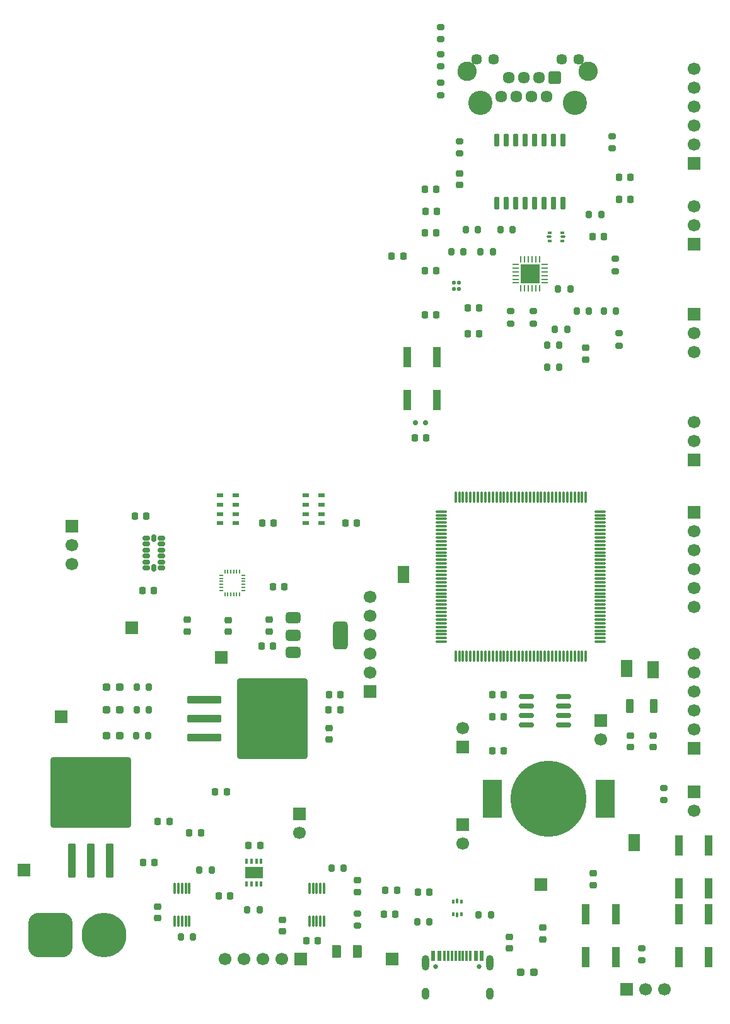
<source format=gbr>
%TF.GenerationSoftware,KiCad,Pcbnew,9.0.6*%
%TF.CreationDate,2025-12-25T01:52:07-08:00*%
%TF.ProjectId,Breakout V1,42726561-6b6f-4757-9420-56312e6b6963,rev?*%
%TF.SameCoordinates,Original*%
%TF.FileFunction,Soldermask,Top*%
%TF.FilePolarity,Negative*%
%FSLAX46Y46*%
G04 Gerber Fmt 4.6, Leading zero omitted, Abs format (unit mm)*
G04 Created by KiCad (PCBNEW 9.0.6) date 2025-12-25 01:52:07*
%MOMM*%
%LPD*%
G01*
G04 APERTURE LIST*
G04 Aperture macros list*
%AMRoundRect*
0 Rectangle with rounded corners*
0 $1 Rounding radius*
0 $2 $3 $4 $5 $6 $7 $8 $9 X,Y pos of 4 corners*
0 Add a 4 corners polygon primitive as box body*
4,1,4,$2,$3,$4,$5,$6,$7,$8,$9,$2,$3,0*
0 Add four circle primitives for the rounded corners*
1,1,$1+$1,$2,$3*
1,1,$1+$1,$4,$5*
1,1,$1+$1,$6,$7*
1,1,$1+$1,$8,$9*
0 Add four rect primitives between the rounded corners*
20,1,$1+$1,$2,$3,$4,$5,0*
20,1,$1+$1,$4,$5,$6,$7,0*
20,1,$1+$1,$6,$7,$8,$9,0*
20,1,$1+$1,$8,$9,$2,$3,0*%
G04 Aperture macros list end*
%ADD10RoundRect,0.200000X-0.200000X-0.275000X0.200000X-0.275000X0.200000X0.275000X-0.200000X0.275000X0*%
%ADD11RoundRect,0.190000X0.190000X-0.635000X0.190000X0.635000X-0.190000X0.635000X-0.190000X-0.635000X0*%
%ADD12RoundRect,0.117500X-0.117500X0.142500X-0.117500X-0.142500X0.117500X-0.142500X0.117500X0.142500X0*%
%ADD13RoundRect,0.150000X-0.150000X-0.200000X0.150000X-0.200000X0.150000X0.200000X-0.150000X0.200000X0*%
%ADD14RoundRect,0.200000X0.275000X-0.200000X0.275000X0.200000X-0.275000X0.200000X-0.275000X-0.200000X0*%
%ADD15RoundRect,0.200000X-0.275000X0.200000X-0.275000X-0.200000X0.275000X-0.200000X0.275000X0.200000X0*%
%ADD16RoundRect,0.075000X-0.075000X0.650000X-0.075000X-0.650000X0.075000X-0.650000X0.075000X0.650000X0*%
%ADD17RoundRect,0.200000X0.200000X0.275000X-0.200000X0.275000X-0.200000X-0.275000X0.200000X-0.275000X0*%
%ADD18RoundRect,0.225000X-0.225000X-0.250000X0.225000X-0.250000X0.225000X0.250000X-0.225000X0.250000X0*%
%ADD19RoundRect,0.225000X0.225000X0.250000X-0.225000X0.250000X-0.225000X-0.250000X0.225000X-0.250000X0*%
%ADD20RoundRect,0.225000X0.250000X-0.225000X0.250000X0.225000X-0.250000X0.225000X-0.250000X-0.225000X0*%
%ADD21R,1.700000X1.700000*%
%ADD22RoundRect,0.375000X-0.625000X-0.375000X0.625000X-0.375000X0.625000X0.375000X-0.625000X0.375000X0*%
%ADD23RoundRect,0.500000X-0.500000X-1.400000X0.500000X-1.400000X0.500000X1.400000X-0.500000X1.400000X0*%
%ADD24R,2.400000X1.550000*%
%ADD25R,0.350000X0.650000*%
%ADD26RoundRect,0.250000X0.300000X-2.050000X0.300000X2.050000X-0.300000X2.050000X-0.300000X-2.050000X0*%
%ADD27RoundRect,0.250002X5.149998X-4.449998X5.149998X4.449998X-5.149998X4.449998X-5.149998X-4.449998X0*%
%ADD28RoundRect,0.093750X-0.156250X-0.093750X0.156250X-0.093750X0.156250X0.093750X-0.156250X0.093750X0*%
%ADD29RoundRect,0.075000X-0.250000X-0.075000X0.250000X-0.075000X0.250000X0.075000X-0.250000X0.075000X0*%
%ADD30R,2.500000X2.500000*%
%ADD31RoundRect,0.062500X-0.062500X-0.375000X0.062500X-0.375000X0.062500X0.375000X-0.062500X0.375000X0*%
%ADD32RoundRect,0.062500X-0.375000X-0.062500X0.375000X-0.062500X0.375000X0.062500X-0.375000X0.062500X0*%
%ADD33R,1.000000X2.750000*%
%ADD34RoundRect,0.250000X-0.275000X-0.700000X0.275000X-0.700000X0.275000X0.700000X-0.275000X0.700000X0*%
%ADD35RoundRect,0.237500X-0.287500X-0.237500X0.287500X-0.237500X0.287500X0.237500X-0.287500X0.237500X0*%
%ADD36RoundRect,0.218750X0.218750X0.256250X-0.218750X0.256250X-0.218750X-0.256250X0.218750X-0.256250X0*%
%ADD37RoundRect,0.218750X-0.256250X0.218750X-0.256250X-0.218750X0.256250X-0.218750X0.256250X0.218750X0*%
%ADD38RoundRect,0.218750X-0.218750X-0.256250X0.218750X-0.256250X0.218750X0.256250X-0.218750X0.256250X0*%
%ADD39RoundRect,0.250000X-0.375000X-0.625000X0.375000X-0.625000X0.375000X0.625000X-0.375000X0.625000X0*%
%ADD40C,1.700000*%
%ADD41C,0.650000*%
%ADD42R,0.600000X1.450000*%
%ADD43R,0.300000X1.450000*%
%ADD44O,1.000000X2.100000*%
%ADD45O,1.000000X1.600000*%
%ADD46RoundRect,1.500000X-1.500000X-1.500000X1.500000X-1.500000X1.500000X1.500000X-1.500000X1.500000X0*%
%ADD47C,6.000000*%
%ADD48C,2.604000*%
%ADD49C,1.454000*%
%ADD50C,1.612000*%
%ADD51RoundRect,0.102000X-0.704000X-0.704000X0.704000X-0.704000X0.704000X0.704000X-0.704000X0.704000X0*%
%ADD52C,3.250000*%
%ADD53R,1.500000X1.000000*%
%ADD54RoundRect,0.225000X-0.250000X0.225000X-0.250000X-0.225000X0.250000X-0.225000X0.250000X0.225000X0*%
%ADD55R,2.500000X5.100000*%
%ADD56C,10.200000*%
%ADD57RoundRect,0.218750X0.256250X-0.218750X0.256250X0.218750X-0.256250X0.218750X-0.256250X-0.218750X0*%
%ADD58RoundRect,0.050000X-0.225000X-0.050000X0.225000X-0.050000X0.225000X0.050000X-0.225000X0.050000X0*%
%ADD59RoundRect,0.050000X0.050000X-0.225000X0.050000X0.225000X-0.050000X0.225000X-0.050000X-0.225000X0*%
%ADD60RoundRect,0.093750X0.093750X-0.156250X0.093750X0.156250X-0.093750X0.156250X-0.093750X-0.156250X0*%
%ADD61RoundRect,0.075000X0.075000X-0.250000X0.075000X0.250000X-0.075000X0.250000X-0.075000X-0.250000X0*%
%ADD62R,0.950000X0.550000*%
%ADD63RoundRect,0.150000X-0.325000X-0.150000X0.325000X-0.150000X0.325000X0.150000X-0.325000X0.150000X0*%
%ADD64RoundRect,0.150000X-0.150000X-0.325000X0.150000X-0.325000X0.150000X0.325000X-0.150000X0.325000X0*%
%ADD65RoundRect,0.075000X0.662500X0.075000X-0.662500X0.075000X-0.662500X-0.075000X0.662500X-0.075000X0*%
%ADD66RoundRect,0.075000X0.075000X0.662500X-0.075000X0.662500X-0.075000X-0.662500X0.075000X-0.662500X0*%
%ADD67RoundRect,0.150000X-0.825000X-0.150000X0.825000X-0.150000X0.825000X0.150000X-0.825000X0.150000X0*%
%ADD68RoundRect,0.250000X-2.050000X-0.300000X2.050000X-0.300000X2.050000X0.300000X-2.050000X0.300000X0*%
%ADD69RoundRect,0.250002X-4.449998X-5.149998X4.449998X-5.149998X4.449998X5.149998X-4.449998X5.149998X0*%
G04 APERTURE END LIST*
%TO.C,JP1*%
G36*
X251750000Y-112350000D02*
G01*
X250250000Y-112350000D01*
X250250000Y-112650000D01*
X251750000Y-112650000D01*
X251750000Y-112350000D01*
G37*
%TO.C,JP2*%
G36*
X255250000Y-112500000D02*
G01*
X253750000Y-112500000D01*
X253750000Y-112800000D01*
X255250000Y-112800000D01*
X255250000Y-112500000D01*
G37*
%TO.C,JP3*%
G36*
X221750000Y-99700000D02*
G01*
X220250000Y-99700000D01*
X220250000Y-100000000D01*
X221750000Y-100000000D01*
X221750000Y-99700000D01*
G37*
%TO.C,JP4*%
G36*
X251250000Y-136000000D02*
G01*
X252750000Y-136000000D01*
X252750000Y-135700000D01*
X251250000Y-135700000D01*
X251250000Y-136000000D01*
G37*
%TD*%
D10*
%TO.C,R24*%
X234000000Y-53562500D03*
X235650000Y-53562500D03*
%TD*%
D11*
%TO.C,U15*%
X233500000Y-50072500D03*
X234770000Y-50072500D03*
X236040000Y-50072500D03*
X237310000Y-50072500D03*
X238580000Y-50072500D03*
X239850000Y-50072500D03*
X241120000Y-50072500D03*
X242390000Y-50072500D03*
X242390000Y-41562500D03*
X241120000Y-41562500D03*
X239850000Y-41562500D03*
X238580000Y-41562500D03*
X237310000Y-41562500D03*
X236040000Y-41562500D03*
X234770000Y-41562500D03*
X233500000Y-41562500D03*
%TD*%
D12*
%TO.C,Y3*%
X227755000Y-60742500D03*
X227755000Y-61562500D03*
X228425000Y-61562500D03*
X228425000Y-60742500D03*
%TD*%
D13*
%TO.C,U23*%
X224000000Y-79500000D03*
X222600000Y-79500000D03*
%TD*%
D14*
%TO.C,R19*%
X235425000Y-66212500D03*
X235425000Y-64562500D03*
%TD*%
D15*
%TO.C,R27*%
X249000000Y-42712500D03*
X249000000Y-41062500D03*
%TD*%
D16*
%TO.C,U13*%
X210353412Y-146400000D03*
X209853412Y-146400000D03*
X209353412Y-146400000D03*
X208853412Y-146400000D03*
X208353412Y-146400000D03*
X208353412Y-142000000D03*
X208853412Y-142000000D03*
X209353412Y-142000000D03*
X209853412Y-142000000D03*
X210353412Y-142000000D03*
%TD*%
D17*
%TO.C,R15*%
X241925000Y-72062500D03*
X240275000Y-72062500D03*
%TD*%
%TO.C,R16*%
X241925000Y-69062500D03*
X240275000Y-69062500D03*
%TD*%
%TO.C,R17*%
X249575000Y-64562500D03*
X247925000Y-64562500D03*
%TD*%
D18*
%TO.C,C12*%
X202000000Y-93000000D03*
X203550000Y-93000000D03*
%TD*%
D19*
%TO.C,C16*%
X197275000Y-129000000D03*
X195725000Y-129000000D03*
%TD*%
D20*
%TO.C,C15*%
X188000000Y-144450000D03*
X188000000Y-146000000D03*
%TD*%
D14*
%TO.C,R22*%
X250000000Y-67500000D03*
X250000000Y-69150000D03*
%TD*%
D21*
%TO.C,TP2*%
X184500000Y-107000000D03*
%TD*%
D22*
%TO.C,U12*%
X206200000Y-105700000D03*
X206200000Y-108000000D03*
D23*
X212500000Y-108000000D03*
D22*
X206200000Y-110300000D03*
%TD*%
D24*
%TO.C,U4*%
X200915000Y-139862500D03*
D25*
X201890000Y-141412500D03*
X201240000Y-141412500D03*
X200590000Y-141412500D03*
X199940000Y-141412500D03*
X199940000Y-138312500D03*
X200590000Y-138312500D03*
X201240000Y-138312500D03*
X201890000Y-138312500D03*
%TD*%
D17*
%TO.C,R26*%
X247575000Y-51562500D03*
X245925000Y-51562500D03*
%TD*%
D26*
%TO.C,U11*%
X176460000Y-138275000D03*
X179000000Y-138275000D03*
D27*
X179000000Y-129125000D03*
D26*
X181540000Y-138275000D03*
%TD*%
D28*
%TO.C,U16*%
X242350000Y-54025000D03*
D29*
X242425000Y-54562500D03*
D28*
X242350000Y-55100000D03*
X240650000Y-55100000D03*
D29*
X240575000Y-54562500D03*
D28*
X240650000Y-54025000D03*
%TD*%
D17*
%TO.C,R20*%
X245925000Y-64562500D03*
X244275000Y-64562500D03*
%TD*%
D30*
%TO.C,U14*%
X238000000Y-59500000D03*
D31*
X236750000Y-57562500D03*
X237250000Y-57562500D03*
X237750000Y-57562500D03*
X238250000Y-57562500D03*
X238750000Y-57562500D03*
X239250000Y-57562500D03*
D32*
X239937500Y-58250000D03*
X239937500Y-58750000D03*
X239937500Y-59250000D03*
X239937500Y-59750000D03*
X239937500Y-60250000D03*
X239937500Y-60750000D03*
D31*
X239250000Y-61437500D03*
X238750000Y-61437500D03*
X238250000Y-61437500D03*
X237750000Y-61437500D03*
X237250000Y-61437500D03*
X236750000Y-61437500D03*
D32*
X236062500Y-60750000D03*
X236062500Y-60250000D03*
X236062500Y-59750000D03*
X236062500Y-59250000D03*
X236062500Y-58750000D03*
X236062500Y-58250000D03*
%TD*%
D15*
%TO.C,R28*%
X228500000Y-41737500D03*
X228500000Y-43387500D03*
%TD*%
D10*
%TO.C,R23*%
X229350000Y-53562500D03*
X231000000Y-53562500D03*
%TD*%
D33*
%TO.C,SW1*%
X225500000Y-70740000D03*
X225500000Y-76500000D03*
X221500000Y-70740000D03*
X221500000Y-76500000D03*
%TD*%
%TO.C,SW2*%
X249500000Y-145500000D03*
X249500000Y-151260000D03*
X245500000Y-145500000D03*
X245500000Y-151260000D03*
%TD*%
D21*
%TO.C,TP4*%
X196500000Y-111000000D03*
%TD*%
%TO.C,TP1*%
X219500000Y-151500000D03*
%TD*%
D34*
%TO.C,Y1*%
X251425000Y-117500000D03*
X254575000Y-117500000D03*
%TD*%
D35*
%TO.C,D4*%
X181162500Y-121500000D03*
X182912500Y-121500000D03*
%TD*%
D36*
%TO.C,D5*%
X193787500Y-134500000D03*
X192212500Y-134500000D03*
%TD*%
D37*
%TO.C,D6*%
X214853412Y-142500000D03*
X214853412Y-140925000D03*
%TD*%
D38*
%TO.C,D7*%
X222925000Y-142500000D03*
X224500000Y-142500000D03*
%TD*%
D36*
%TO.C,D8*%
X209500000Y-149000000D03*
X207925000Y-149000000D03*
%TD*%
D37*
%TO.C,F1*%
X239750000Y-147250000D03*
X239750000Y-148825000D03*
%TD*%
D39*
%TO.C,F2*%
X214800000Y-150500000D03*
X212000000Y-150500000D03*
%TD*%
D35*
%TO.C,FB1*%
X238500000Y-153250000D03*
X236750000Y-153250000D03*
%TD*%
D21*
%TO.C,J1*%
X229000000Y-133460000D03*
D40*
X229000000Y-136000000D03*
%TD*%
D21*
%TO.C,J2*%
X207000000Y-131960000D03*
D40*
X207000000Y-134500000D03*
%TD*%
D21*
%TO.C,J3*%
X207175000Y-151500000D03*
D40*
X204635000Y-151500000D03*
X202095000Y-151500000D03*
X199555000Y-151500000D03*
X197015000Y-151500000D03*
%TD*%
D41*
%TO.C,J4*%
X225360000Y-152472471D03*
X231140000Y-152472471D03*
D42*
X225000000Y-151027471D03*
X225800000Y-151027471D03*
D43*
X227000000Y-151027471D03*
X228000000Y-151027471D03*
X228500000Y-151027471D03*
X229500000Y-151027471D03*
D42*
X230700000Y-151027471D03*
X231500000Y-151027471D03*
X231500000Y-151027471D03*
X230700000Y-151027471D03*
D43*
X230000000Y-151027471D03*
X229000000Y-151027471D03*
X227500000Y-151027471D03*
X226500000Y-151027471D03*
D42*
X225800000Y-151027471D03*
X225000000Y-151027471D03*
D44*
X223930000Y-151942471D03*
D45*
X223930000Y-156122471D03*
D44*
X232570000Y-151942471D03*
D45*
X232570000Y-156122471D03*
%TD*%
D21*
%TO.C,J5*%
X216500000Y-115540000D03*
D40*
X216500000Y-113000000D03*
X216500000Y-110460000D03*
X216500000Y-107920000D03*
X216500000Y-105380000D03*
X216500000Y-102840000D03*
%TD*%
D46*
%TO.C,J6*%
X173550000Y-148250000D03*
D47*
X180750000Y-148250000D03*
%TD*%
D21*
%TO.C,J7*%
X260000000Y-129000000D03*
D40*
X260000000Y-131540000D03*
%TD*%
D21*
%TO.C,J8*%
X247500000Y-119500000D03*
D40*
X247500000Y-122040000D03*
%TD*%
D21*
%TO.C,J9*%
X260000000Y-55580000D03*
D40*
X260000000Y-53040000D03*
X260000000Y-50500000D03*
%TD*%
D21*
%TO.C,J10*%
X260000000Y-91500000D03*
D40*
X260000000Y-94040000D03*
X260000000Y-96580000D03*
X260000000Y-99120000D03*
X260000000Y-101660000D03*
X260000000Y-104200000D03*
%TD*%
D21*
%TO.C,J11*%
X260000000Y-123200000D03*
D40*
X260000000Y-120660000D03*
X260000000Y-118120000D03*
X260000000Y-115580000D03*
X260000000Y-113040000D03*
X260000000Y-110500000D03*
%TD*%
%TO.C,J12*%
X260000000Y-79420000D03*
X260000000Y-81960000D03*
D21*
X260000000Y-84500000D03*
%TD*%
D48*
%TO.C,J14*%
X229580000Y-32382500D03*
X245840000Y-32382500D03*
D49*
X230850000Y-30782500D03*
X233140000Y-30782500D03*
X242280000Y-30782500D03*
X244570000Y-30782500D03*
D50*
X234140000Y-35732500D03*
X235160000Y-33192500D03*
X236180000Y-35732500D03*
X237200000Y-33192500D03*
X238220000Y-35732500D03*
X239240000Y-33192500D03*
X240260000Y-35732500D03*
D51*
X241280000Y-33192500D03*
D52*
X244060000Y-36622500D03*
X231360000Y-36622500D03*
%TD*%
D53*
%TO.C,JP1*%
X251000000Y-111850000D03*
X251000000Y-113150000D03*
%TD*%
%TO.C,JP2*%
X254500000Y-112000000D03*
X254500000Y-113300000D03*
%TD*%
%TO.C,JP3*%
X221000000Y-100500000D03*
X221000000Y-99200000D03*
%TD*%
%TO.C,JP4*%
X252000000Y-135200000D03*
X252000000Y-136500000D03*
%TD*%
D19*
%TO.C,L1*%
X219425000Y-57182500D03*
X220975000Y-57182500D03*
%TD*%
D17*
%TO.C,R1*%
X201665000Y-144893749D03*
X200015000Y-144893749D03*
%TD*%
%TO.C,R2*%
X224500000Y-146500000D03*
X222850000Y-146500000D03*
%TD*%
D10*
%TO.C,R3*%
X231100000Y-145545000D03*
X232750000Y-145545000D03*
%TD*%
%TO.C,R4*%
X186825000Y-115000000D03*
X185175000Y-115000000D03*
%TD*%
%TO.C,R5*%
X186825000Y-118000000D03*
X185175000Y-118000000D03*
%TD*%
%TO.C,R6*%
X185087500Y-121500000D03*
X186737500Y-121500000D03*
%TD*%
%TO.C,R7*%
X191100000Y-148500000D03*
X192750000Y-148500000D03*
%TD*%
D14*
%TO.C,R8*%
X214853412Y-145350000D03*
X214853412Y-147000000D03*
%TD*%
D10*
%TO.C,R9*%
X211350000Y-139250000D03*
X213000000Y-139250000D03*
%TD*%
D14*
%TO.C,R10*%
X256000000Y-130150000D03*
X256000000Y-128500000D03*
%TD*%
D15*
%TO.C,R11*%
X253000000Y-150000000D03*
X253000000Y-151650000D03*
%TD*%
D10*
%TO.C,R12*%
X243000000Y-67000000D03*
X241350000Y-67000000D03*
%TD*%
D17*
%TO.C,R13*%
X243425000Y-61562500D03*
X241775000Y-61562500D03*
%TD*%
D15*
%TO.C,R14*%
X249425000Y-57500000D03*
X249425000Y-59150000D03*
%TD*%
D54*
%TO.C,C31*%
X245500000Y-71000000D03*
X245500000Y-69450000D03*
%TD*%
D19*
%TO.C,C32*%
X231200000Y-67562500D03*
X229650000Y-67562500D03*
%TD*%
D21*
%TO.C,J13*%
X260000000Y-44700000D03*
D40*
X260000000Y-42160000D03*
X260000000Y-39620000D03*
X260000000Y-37080000D03*
X260000000Y-34540000D03*
X260000000Y-32000000D03*
%TD*%
D19*
%TO.C,C33*%
X229650000Y-64062500D03*
X231200000Y-64062500D03*
%TD*%
%TO.C,C34*%
X223875000Y-48182500D03*
X225425000Y-48182500D03*
%TD*%
D18*
%TO.C,C35*%
X251475000Y-49562500D03*
X249925000Y-49562500D03*
%TD*%
%TO.C,C36*%
X251475000Y-46562500D03*
X249925000Y-46562500D03*
%TD*%
D19*
%TO.C,C37*%
X225425000Y-54062500D03*
X223875000Y-54062500D03*
%TD*%
D18*
%TO.C,C38*%
X223925000Y-51182500D03*
X225475000Y-51182500D03*
%TD*%
D21*
%TO.C,5V1*%
X175000000Y-119000000D03*
%TD*%
D18*
%TO.C,C2*%
X203450000Y-101500000D03*
X205000000Y-101500000D03*
%TD*%
D54*
%TO.C,C3*%
X192000000Y-105950000D03*
X192000000Y-107500000D03*
%TD*%
D55*
%TO.C,BT1*%
X248100000Y-130000000D03*
X232900000Y-130000000D03*
D56*
X240500000Y-130000000D03*
%TD*%
D20*
%TO.C,C1*%
X197500000Y-107550000D03*
X197500000Y-106000000D03*
%TD*%
D19*
%TO.C,C39*%
X247925000Y-54562500D03*
X246375000Y-54562500D03*
%TD*%
D54*
%TO.C,C40*%
X228500000Y-46062500D03*
X228500000Y-47612500D03*
%TD*%
D57*
%TO.C,D1*%
X235250000Y-148500000D03*
X235250000Y-150075000D03*
%TD*%
D35*
%TO.C,D3*%
X182875000Y-118000000D03*
X181125000Y-118000000D03*
%TD*%
%TO.C,D2*%
X181125000Y-115000000D03*
X182875000Y-115000000D03*
%TD*%
D10*
%TO.C,R32*%
X193600000Y-139500000D03*
X195250000Y-139500000D03*
%TD*%
D54*
%TO.C,C14*%
X246500000Y-141550000D03*
X246500000Y-140000000D03*
%TD*%
D19*
%TO.C,C17*%
X187550000Y-138500000D03*
X186000000Y-138500000D03*
%TD*%
%TO.C,C18*%
X203500000Y-109500000D03*
X201950000Y-109500000D03*
%TD*%
D20*
%TO.C,C19*%
X211000000Y-122050000D03*
X211000000Y-120500000D03*
%TD*%
D19*
%TO.C,C20*%
X189550000Y-133000000D03*
X188000000Y-133000000D03*
%TD*%
D20*
%TO.C,C21*%
X203000000Y-107500000D03*
X203000000Y-105950000D03*
%TD*%
D18*
%TO.C,C22*%
X220128412Y-142250000D03*
X218578412Y-142250000D03*
%TD*%
%TO.C,C23*%
X219903412Y-145500000D03*
X218353412Y-145500000D03*
%TD*%
D20*
%TO.C,C24*%
X204750000Y-147750000D03*
X204750000Y-146200000D03*
%TD*%
D18*
%TO.C,C25*%
X211000000Y-116000000D03*
X212550000Y-116000000D03*
%TD*%
D19*
%TO.C,C26*%
X212500000Y-118000000D03*
X210950000Y-118000000D03*
%TD*%
D54*
%TO.C,C27*%
X251500000Y-121500000D03*
X251500000Y-123050000D03*
%TD*%
%TO.C,C28*%
X254500000Y-121500000D03*
X254500000Y-123050000D03*
%TD*%
D18*
%TO.C,C29*%
X223875000Y-59062500D03*
X225425000Y-59062500D03*
%TD*%
D19*
%TO.C,C30*%
X223875000Y-65062500D03*
X225425000Y-65062500D03*
%TD*%
D58*
%TO.C,U2*%
X196500000Y-100000000D03*
X196500000Y-100400000D03*
X196500000Y-100800000D03*
X196500000Y-101200000D03*
X196500000Y-101600000D03*
X196500000Y-102000000D03*
D59*
X197000000Y-102500000D03*
X197400000Y-102500000D03*
X197800000Y-102500000D03*
X198200000Y-102500000D03*
X198600000Y-102500000D03*
X199000000Y-102500000D03*
D58*
X199500000Y-102000000D03*
X199500000Y-101600000D03*
X199500000Y-101200000D03*
X199500000Y-100800000D03*
X199500000Y-100400000D03*
X199500000Y-100000000D03*
D59*
X199000000Y-99500000D03*
X198600000Y-99500000D03*
X198200000Y-99500000D03*
X197800000Y-99500000D03*
X197400000Y-99500000D03*
X197000000Y-99500000D03*
%TD*%
D15*
%TO.C,R29*%
X226000000Y-33912500D03*
X226000000Y-35562500D03*
%TD*%
D21*
%TO.C,J18*%
X251000000Y-155500000D03*
D40*
X253540000Y-155500000D03*
X256080000Y-155500000D03*
%TD*%
D21*
%TO.C,J15*%
X229000000Y-123000000D03*
D40*
X229000000Y-120460000D03*
%TD*%
D21*
%TO.C,J16*%
X260000000Y-64920000D03*
D40*
X260000000Y-67460000D03*
X260000000Y-70000000D03*
%TD*%
D21*
%TO.C,J17*%
X176500000Y-93420000D03*
D40*
X176500000Y-95960000D03*
X176500000Y-98500000D03*
%TD*%
D18*
%TO.C,C8*%
X232950000Y-123500000D03*
X234500000Y-123500000D03*
%TD*%
D19*
%TO.C,C9*%
X234500000Y-116000000D03*
X232950000Y-116000000D03*
%TD*%
D18*
%TO.C,C6*%
X196200000Y-143000000D03*
X197750000Y-143000000D03*
%TD*%
%TO.C,C7*%
X200200000Y-136250000D03*
X201750000Y-136250000D03*
%TD*%
D10*
%TO.C,R25*%
X231350000Y-56562500D03*
X233000000Y-56562500D03*
%TD*%
D60*
%TO.C,U8*%
X227675000Y-145495000D03*
D61*
X228212500Y-145570000D03*
D60*
X228750000Y-145495000D03*
X228750000Y-143795000D03*
D61*
X228212500Y-143720000D03*
D60*
X227675000Y-143795000D03*
%TD*%
D14*
%TO.C,R31*%
X226000000Y-28062500D03*
X226000000Y-26412500D03*
%TD*%
D62*
%TO.C,U7*%
X196350000Y-93000000D03*
X196350000Y-91750000D03*
X196350000Y-90500000D03*
X196350000Y-89250000D03*
X198500000Y-89250000D03*
X198500000Y-90500000D03*
X198500000Y-91750000D03*
X198500000Y-93000000D03*
%TD*%
D17*
%TO.C,R21*%
X229075000Y-56562500D03*
X227425000Y-56562500D03*
%TD*%
D63*
%TO.C,U3*%
X186500000Y-95000000D03*
X186500000Y-95800000D03*
X186500000Y-96600000D03*
X186500000Y-97400000D03*
X186500000Y-98200000D03*
X186500000Y-99000000D03*
D64*
X187500000Y-99000000D03*
D63*
X188500000Y-99000000D03*
X188500000Y-98200000D03*
X188500000Y-97400000D03*
X188500000Y-96600000D03*
X188500000Y-95800000D03*
X188500000Y-95000000D03*
D64*
X187500000Y-95000000D03*
%TD*%
D18*
%TO.C,C11*%
X213225000Y-93000000D03*
X214775000Y-93000000D03*
%TD*%
D62*
%TO.C,U6*%
X210000000Y-93000000D03*
X210000000Y-91750000D03*
X210000000Y-90500000D03*
X210000000Y-89250000D03*
X207850000Y-89250000D03*
X207850000Y-90500000D03*
X207850000Y-91750000D03*
X207850000Y-93000000D03*
%TD*%
D21*
%TO.C,TP5*%
X239500000Y-141500000D03*
%TD*%
%TO.C,TP3*%
X170000000Y-139500000D03*
%TD*%
D33*
%TO.C,SW4*%
X262000000Y-145500000D03*
X262000000Y-151260000D03*
X258000000Y-145500000D03*
X258000000Y-151260000D03*
%TD*%
D65*
%TO.C,U1*%
X247412500Y-108912500D03*
X247412500Y-108412500D03*
X247412500Y-107912500D03*
X247412500Y-107412500D03*
X247412500Y-106912500D03*
X247412500Y-106412500D03*
X247412500Y-105912500D03*
X247412500Y-105412500D03*
X247412500Y-104912500D03*
X247412500Y-104412500D03*
X247412500Y-103912500D03*
X247412500Y-103412500D03*
X247412500Y-102912500D03*
X247412500Y-102412500D03*
X247412500Y-101912500D03*
X247412500Y-101412500D03*
X247412500Y-100912500D03*
X247412500Y-100412500D03*
X247412500Y-99912500D03*
X247412500Y-99412500D03*
X247412500Y-98912500D03*
X247412500Y-98412500D03*
X247412500Y-97912500D03*
X247412500Y-97412500D03*
X247412500Y-96912500D03*
X247412500Y-96412500D03*
X247412500Y-95912500D03*
X247412500Y-95412500D03*
X247412500Y-94912500D03*
X247412500Y-94412500D03*
X247412500Y-93912500D03*
X247412500Y-93412500D03*
X247412500Y-92912500D03*
X247412500Y-92412500D03*
X247412500Y-91912500D03*
X247412500Y-91412500D03*
D66*
X245500000Y-89500000D03*
X245000000Y-89500000D03*
X244500000Y-89500000D03*
X244000000Y-89500000D03*
X243500000Y-89500000D03*
X243000000Y-89500000D03*
X242500000Y-89500000D03*
X242000000Y-89500000D03*
X241500000Y-89500000D03*
X241000000Y-89500000D03*
X240500000Y-89500000D03*
X240000000Y-89500000D03*
X239500000Y-89500000D03*
X239000000Y-89500000D03*
X238500000Y-89500000D03*
X238000000Y-89500000D03*
X237500000Y-89500000D03*
X237000000Y-89500000D03*
X236500000Y-89500000D03*
X236000000Y-89500000D03*
X235500000Y-89500000D03*
X235000000Y-89500000D03*
X234500000Y-89500000D03*
X234000000Y-89500000D03*
X233500000Y-89500000D03*
X233000000Y-89500000D03*
X232500000Y-89500000D03*
X232000000Y-89500000D03*
X231500000Y-89500000D03*
X231000000Y-89500000D03*
X230500000Y-89500000D03*
X230000000Y-89500000D03*
X229500000Y-89500000D03*
X229000000Y-89500000D03*
X228500000Y-89500000D03*
X228000000Y-89500000D03*
D65*
X226087500Y-91412500D03*
X226087500Y-91912500D03*
X226087500Y-92412500D03*
X226087500Y-92912500D03*
X226087500Y-93412500D03*
X226087500Y-93912500D03*
X226087500Y-94412500D03*
X226087500Y-94912500D03*
X226087500Y-95412500D03*
X226087500Y-95912500D03*
X226087500Y-96412500D03*
X226087500Y-96912500D03*
X226087500Y-97412500D03*
X226087500Y-97912500D03*
X226087500Y-98412500D03*
X226087500Y-98912500D03*
X226087500Y-99412500D03*
X226087500Y-99912500D03*
X226087500Y-100412500D03*
X226087500Y-100912500D03*
X226087500Y-101412500D03*
X226087500Y-101912500D03*
X226087500Y-102412500D03*
X226087500Y-102912500D03*
X226087500Y-103412500D03*
X226087500Y-103912500D03*
X226087500Y-104412500D03*
X226087500Y-104912500D03*
X226087500Y-105412500D03*
X226087500Y-105912500D03*
X226087500Y-106412500D03*
X226087500Y-106912500D03*
X226087500Y-107412500D03*
X226087500Y-107912500D03*
X226087500Y-108412500D03*
X226087500Y-108912500D03*
D66*
X228000000Y-110825000D03*
X228500000Y-110825000D03*
X229000000Y-110825000D03*
X229500000Y-110825000D03*
X230000000Y-110825000D03*
X230500000Y-110825000D03*
X231000000Y-110825000D03*
X231500000Y-110825000D03*
X232000000Y-110825000D03*
X232500000Y-110825000D03*
X233000000Y-110825000D03*
X233500000Y-110825000D03*
X234000000Y-110825000D03*
X234500000Y-110825000D03*
X235000000Y-110825000D03*
X235500000Y-110825000D03*
X236000000Y-110825000D03*
X236500000Y-110825000D03*
X237000000Y-110825000D03*
X237500000Y-110825000D03*
X238000000Y-110825000D03*
X238500000Y-110825000D03*
X239000000Y-110825000D03*
X239500000Y-110825000D03*
X240000000Y-110825000D03*
X240500000Y-110825000D03*
X241000000Y-110825000D03*
X241500000Y-110825000D03*
X242000000Y-110825000D03*
X242500000Y-110825000D03*
X243000000Y-110825000D03*
X243500000Y-110825000D03*
X244000000Y-110825000D03*
X244500000Y-110825000D03*
X245000000Y-110825000D03*
X245500000Y-110825000D03*
%TD*%
D33*
%TO.C,SW3*%
X262000000Y-136240000D03*
X262000000Y-142000000D03*
X258000000Y-136240000D03*
X258000000Y-142000000D03*
%TD*%
D16*
%TO.C,U9*%
X192250000Y-146400000D03*
X191750000Y-146400000D03*
X191250000Y-146400000D03*
X190750000Y-146400000D03*
X190250000Y-146400000D03*
X190250000Y-142000000D03*
X190750000Y-142000000D03*
X191250000Y-142000000D03*
X191750000Y-142000000D03*
X192250000Y-142000000D03*
%TD*%
D15*
%TO.C,R30*%
X226000000Y-30062500D03*
X226000000Y-31712500D03*
%TD*%
D67*
%TO.C,U5*%
X237550000Y-116230000D03*
X237550000Y-117500000D03*
X237550000Y-118770000D03*
X237550000Y-120040000D03*
X242500000Y-120040000D03*
X242500000Y-118770000D03*
X242500000Y-117500000D03*
X242500000Y-116230000D03*
%TD*%
D68*
%TO.C,U10*%
X194225000Y-116685000D03*
X194225000Y-119225000D03*
D69*
X203375000Y-119225000D03*
D68*
X194225000Y-121765000D03*
%TD*%
D14*
%TO.C,R18*%
X238425000Y-66212500D03*
X238425000Y-64562500D03*
%TD*%
D18*
%TO.C,C13*%
X222500000Y-81500000D03*
X224050000Y-81500000D03*
%TD*%
%TO.C,C4*%
X184950000Y-92000000D03*
X186500000Y-92000000D03*
%TD*%
%TO.C,C5*%
X185950000Y-102000000D03*
X187500000Y-102000000D03*
%TD*%
D19*
%TO.C,C10*%
X234500000Y-119000000D03*
X232950000Y-119000000D03*
%TD*%
M02*

</source>
